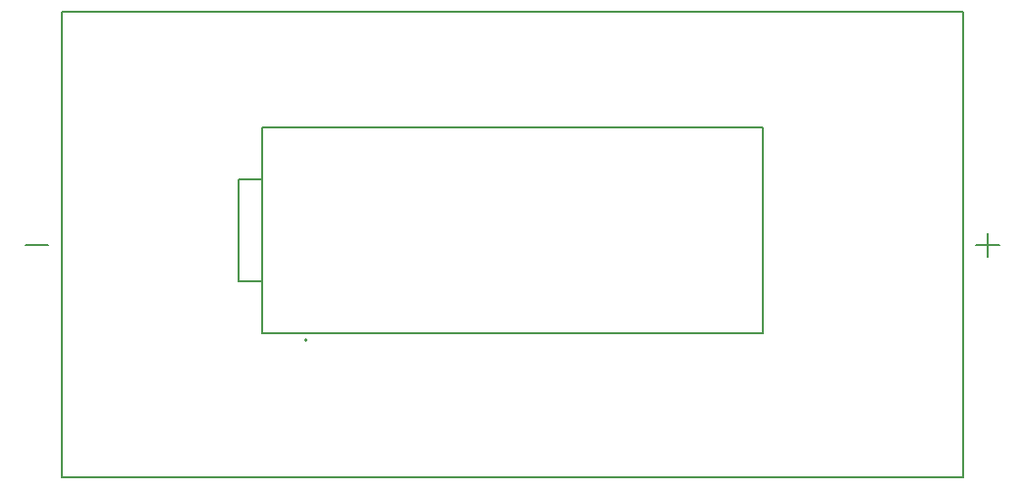
<source format=gbr>
G04 DesignSpark PCB Gerber Version 10.0 Build 5299*
G04 #@! TF.Part,Single*
G04 #@! TF.FileFunction,Other,protesis - Documentation*
G04 #@! TF.FilePolarity,Positive*
%FSLAX35Y35*%
%MOIN*%
%ADD20C,0.00500*%
%ADD29C,0.00787*%
G04 #@! TD.AperFunction*
X0Y0D02*
D02*
D20*
X8124Y85250D02*
X250D01*
X80604Y55270D02*
X250604D01*
Y125230D01*
X80604D01*
Y55270D01*
Y107573D02*
X72730D01*
Y72927D01*
X80604D01*
X318557Y164404D02*
X12651D01*
Y6096D01*
X318557D01*
Y164404D01*
X327021Y89187D02*
Y81313D01*
X330958Y85250D02*
X323084D01*
D02*
D29*
X95998Y52848D02*
G75*
G03*
X95210I-394J0D01*
G01*
G75*
G03*
X95998I394J0D01*
G01*
X0Y0D02*
M02*

</source>
